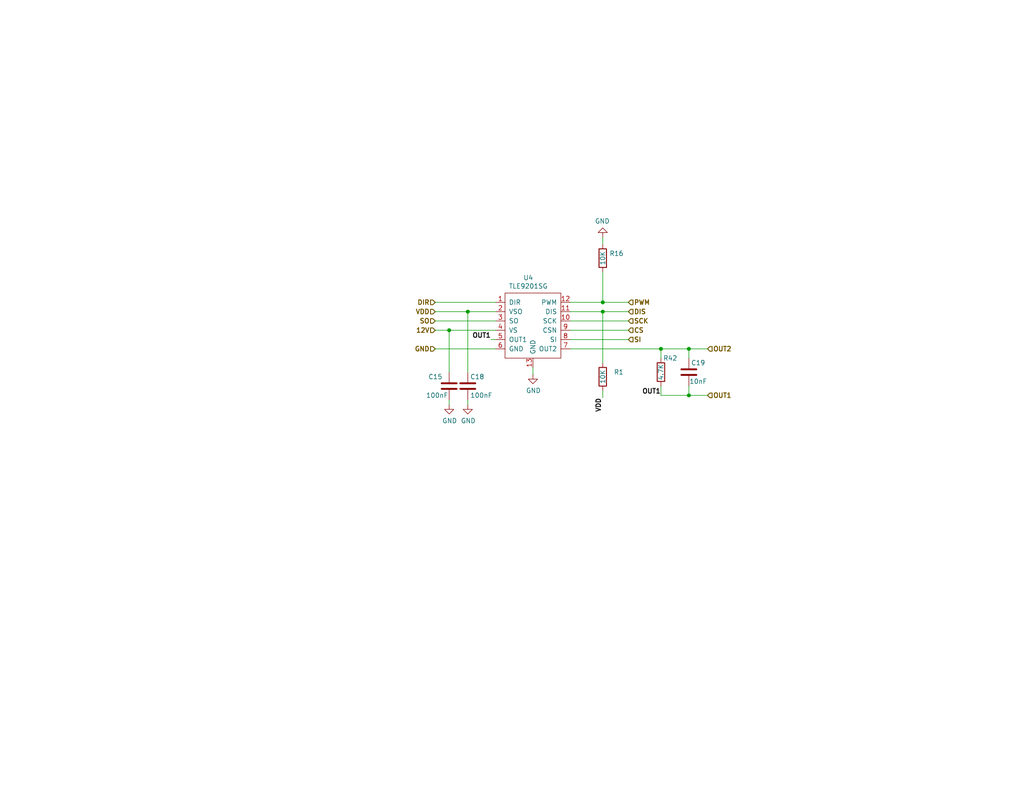
<source format=kicad_sch>
(kicad_sch (version 20211123) (generator eeschema)
  (paper "A")
  (title_block (title "microRusEFI-2L") (date "2020-05-24") (rev "R0.5.2") (company "rusEFI.com") (comment 1 "Donald Becker") (comment 2 "AI6OD"))
  (lib_symbols
    (symbol "Device:C" (pin_numbers hide) (pin_names (offset 0.254))
      (property "Reference" "C" (at 0.635 2.54 0))
      (property "Value" "C" (at 0.635 -2.54 0))
      (symbol "C_0_1"
        (polyline (pts (xy -2.032 -0.762) (xy 2.032 -0.762)) (stroke (width 0.508)))
        (polyline (pts (xy -2.032 0.762) (xy 2.032 0.762)) (stroke (width 0.508)))
      )
      (symbol "C_1_1"
        (pin passive line (at 0 3.81 270) (length 2.794) (name "~") (number "1"))
        (pin passive line (at 0 -3.81 90) (length 2.794) (name "~") (number "2"))
      )
    )
    (symbol "Device:R" (pin_numbers hide) (pin_names (offset 0))
      (property "Reference" "R" (at 2.032 0 90))
      (property "Value" "R" (at 0 0 90))
      (symbol "R_0_1"
        (rectangle (start -1.016 -2.54) (end 1.016 2.54) (stroke (width 0.254)))
      )
      (symbol "R_1_1"
        (pin passive line (at 0 3.81 270) (length 1.27) (name "~") (number "1"))
        (pin passive line (at 0 -3.81 90) (length 1.27) (name "~") (number "2"))
      )
    )
    (symbol "power:GND" (power) (pin_names (offset 0))
      (property "Value" "GND" (at 0 -3.81 0))
      (symbol "GND_0_1"
        (polyline (pts (xy 0 0) (xy 0 -1.27) (xy 1.27 -1.27) (xy 0 -2.54) (xy -1.27 -1.27) (xy 0 -1.27)))
      )
      (symbol "GND_1_1"
        (pin power_in line (at 0 0 270) (length 0) hide (name "GND") (number "1"))
      )
    )
    (symbol "rusefi_tle9201:TLE9201SG" (pin_names (offset 1.016))
      (property "Reference" "U" (at 3.81 5.08 0))
      (property "Value" "TLE9201SG" (at 2.54 1.27 0))
      (symbol "TLE9201SG_0_1"
        (rectangle (start -2.54 -1.27) (end 12.7 -19.05))
      )
      (symbol "TLE9201SG_1_1"
        (pin passive line (at -5.08 -3.81 0) (length 2.54) (name "DIR") (number "1"))
        (pin passive line (at 15.24 -8.89 180) (length 2.54) (name "SCK") (number "10"))
        (pin passive line (at 15.24 -6.35 180) (length 2.54) (name "DIS") (number "11"))
        (pin passive line (at 15.24 -3.81 180) (length 2.54) (name "PWM") (number "12"))
        (pin passive line (at 5.08 -21.59 90) (length 2.54) (name "GND") (number "13"))
        (pin passive line (at -5.08 -6.35 0) (length 2.54) (name "VSO") (number "2"))
        (pin passive line (at -5.08 -8.89 0) (length 2.54) (name "SO") (number "3"))
        (pin passive line (at -5.08 -11.43 0) (length 2.54) (name "VS") (number "4"))
        (pin passive line (at -5.08 -13.97 0) (length 2.54) (name "OUT1") (number "5"))
        (pin passive line (at -5.08 -16.51 0) (length 2.54) (name "GND") (number "6"))
        (pin passive line (at 15.24 -16.51 180) (length 2.54) (name "OUT2") (number "7"))
        (pin passive line (at 15.24 -13.97 180) (length 2.54) (name "SI") (number "8"))
        (pin passive line (at 15.24 -11.43 180) (length 2.54) (name "CSN") (number "9"))
      )
    )
  )
  (junction (at 127.635 85.09))
  (junction (at 122.555 90.17))
  (junction (at 164.465 85.09))
  (junction (at 180.34 95.25))
  (junction (at 164.465 82.55))
  (junction (at 187.96 95.25))
  (junction (at 187.96 107.95))
  (wire (pts (xy 155.575 85.09) (xy 164.465 85.09)))
  (wire (pts (xy 164.465 82.55) (xy 155.575 82.55)))
  (wire (pts (xy 122.555 90.17) (xy 122.555 101.6)))
  (wire (pts (xy 164.465 82.55) (xy 164.465 74.295)))
  (wire (pts (xy 164.465 85.09) (xy 164.465 99.06)))
  (wire (pts (xy 127.635 101.6) (xy 127.635 85.09)))
  (wire (pts (xy 127.635 85.09) (xy 135.255 85.09)))
  (wire (pts (xy 118.745 82.55) (xy 135.255 82.55)))
  (wire (pts (xy 171.45 90.17) (xy 155.575 90.17)))
  (wire (pts (xy 171.45 92.71) (xy 155.575 92.71)))
  (wire (pts (xy 118.745 85.09) (xy 127.635 85.09)))
  (wire (pts (xy 145.415 100.33) (xy 145.415 102.235)))
  (wire (pts (xy 180.34 95.25) (xy 187.96 95.25)))
  (wire (pts (xy 164.465 85.09) (xy 171.45 85.09)))
  (wire (pts (xy 180.34 107.95) (xy 187.96 107.95)))
  (wire (pts (xy 171.45 82.55) (xy 164.465 82.55)))
  (wire (pts (xy 127.635 109.22) (xy 127.635 110.49)))
  (wire (pts (xy 164.465 106.68) (xy 164.465 108.585)))
  (wire (pts (xy 180.34 97.79) (xy 180.34 95.25)))
  (wire (pts (xy 171.45 87.63) (xy 155.575 87.63)))
  (wire (pts (xy 135.255 87.63) (xy 118.745 87.63)))
  (wire (pts (xy 122.555 90.17) (xy 135.255 90.17)))
  (wire (pts (xy 118.745 90.17) (xy 122.555 90.17)))
  (wire (pts (xy 180.34 105.41) (xy 180.34 107.95)))
  (wire (pts (xy 118.745 95.25) (xy 135.255 95.25)))
  (wire (pts (xy 164.465 64.77) (xy 164.465 66.675)))
  (wire (pts (xy 187.96 97.79) (xy 187.96 95.25)))
  (wire (pts (xy 133.985 92.71) (xy 135.255 92.71)))
  (wire (pts (xy 187.96 107.95) (xy 193.04 107.95)))
  (wire (pts (xy 122.555 109.22) (xy 122.555 110.49)))
  (wire (pts (xy 155.575 95.25) (xy 180.34 95.25)))
  (wire (pts (xy 187.96 95.25) (xy 193.04 95.25)))
  (wire (pts (xy 187.96 105.41) (xy 187.96 107.95)))
  (label "VDD" (at 164.465 108.585 270) (effects (font (thickness 0.254) bold)))
  (label "OUT1" (at 180.34 107.95 180) (effects (font (thickness 0.254) bold)))
  (label "OUT1" (at 133.985 92.71 180) (effects (font (thickness 0.254) bold)))
  (hierarchical_label "DIS" (shape input) (at 171.45 85.09 0) (effects (font (thickness 0.254) bold)))
  (hierarchical_label "12V" (shape input) (at 118.745 90.17 180) (effects (font (thickness 0.254) bold)))
  (hierarchical_label "PWM" (shape input) (at 171.45 82.55 0) (effects (font (thickness 0.254) bold)))
  (hierarchical_label "VDD" (shape input) (at 118.745 85.09 180) (effects (font (thickness 0.254) bold)))
  (hierarchical_label "OUT1" (shape input) (at 193.04 107.95 0) (effects (font (thickness 0.254) bold)))
  (hierarchical_label "SCK" (shape input) (at 171.45 87.63 0) (effects (font (thickness 0.254) bold)))
  (hierarchical_label "GND" (shape input) (at 118.745 95.25 180) (effects (font (thickness 0.254) bold)))
  (hierarchical_label "OUT2" (shape input) (at 193.04 95.25 0) (effects (font (thickness 0.254) bold)))
  (hierarchical_label "DIR" (shape input) (at 118.745 82.55 180) (effects (font (thickness 0.254) bold)))
  (hierarchical_label "SI" (shape input) (at 171.45 92.71 0) (effects (font (thickness 0.254) bold)))
  (hierarchical_label "SO" (shape input) (at 118.745 87.63 180) (effects (font (thickness 0.254) bold)))
  (hierarchical_label "CS" (shape input) (at 171.45 90.17 0) (effects (font (thickness 0.254) bold)))
  (symbol (lib_id "Device:C") (at 187.96 101.6 0) (unit 1)
    (property "Reference" "C19" (at 190.5 99.06 0))
    (property "Value" "10nF" (at 190.5 104.14 0))
    (property "Footprint" "Capacitor_SMD:C_0603_1608Metric" (effects hide))
    (property "Part #" "C0603C103K1RACTU" (effects hide))
    (property "VEND" "DIGI" (effects hide))
    (property "VEND#" "399-3189-1-ND" (effects hide))
    (property "Manufacturer" "KEMET" (effects hide))
    (property "LCSC" "C57112" (effects hide))
  )
  (symbol (lib_id "Device:R") (at 180.34 101.6 0) (unit 1)
    (property "Reference" "R42" (at 182.88 97.79 0))
    (property "Value" "4.7K" (at 180.34 101.6 90))
    (property "Footprint" "Resistor_SMD:R_0603_1608Metric" (effects hide))
    (property "VEND" "DIGI" (effects hide))
    (property "Part #" "RMCF0603JT4K70" (effects hide))
    (property "VEND#" "RMCF0603JT4K70CT-ND" (effects hide))
    (property "Manufacturer" "StackPole" (effects hide))
    (property "LCSC" "C23162" (effects hide))
  )
  (symbol (lib_id "Device:R") (at 164.465 70.485 180) (unit 1)
    (property "Reference" "R16" (at 170.18 69.215 0) (effects (justify left)))
    (property "Value" "10K" (at 164.465 70.485 90))
    (property "Footprint" "Resistor_SMD:R_0603_1608Metric" (effects hide))
    (property "Datasheet" "TBD" (effects hide))
    (property "Part #" "RMCF0603JT10K0" (effects hide))
    (property "VEND" "DIGI" (effects hide))
    (property "VEND#" "RMCF0603JT10K0CT-ND" (effects hide))
    (property "Manufacturer" "StackPole" (effects hide))
    (property "LCSC" "C25804" (effects hide))
  )
  (symbol (lib_id "Device:C") (at 127.635 105.41 0) (unit 1)
    (property "Reference" "C18" (at 128.27 102.87 0) (effects (justify left)))
    (property "Value" "100nF" (at 128.27 107.95 0) (effects (justify left)))
    (property "Footprint" "Capacitor_SMD:C_0603_1608Metric" (effects hide))
    (property "Part #" "C0603C104J5RACTU" (effects hide))
    (property "VEND" "DIGI" (effects hide))
    (property "VEND#" "399-7844-1-ND" (effects hide))
    (property "Manufacturer" "KEMET" (effects hide))
    (property "LCSC" "C14663" (effects hide))
  )
  (symbol (lib_id "power:GND") (at 127.635 110.49 0) (unit 1)
    (property "Reference" "#PWR0189" (effects hide))
    (property "Value" "GND" (at 127.762 114.8842 0))
  )
  (symbol (lib_id "rusefi_tle9201:TLE9201SG") (at 140.335 78.74 0) (unit 1)
    (property "Reference" "U4" (at 144.145 75.819 0))
    (property "Value" "TLE9201SG" (at 144.145 78.1304 0))
    (property "Footprint" "Package_SO:Infineon_PG-DSO-12-11" (effects hide))
    (property "Part #" "TLE9201SG" (effects hide))
    (property "VEND" "DIGI" (effects hide))
    (property "VEND#" "TLE9201SGAUMA1CT-ND" (effects hide))
    (property "Manufacturer" "Infineon " (effects hide))
    (property "LCSC" "C112633" (effects hide))
  )
  (symbol (lib_id "power:GND") (at 145.415 102.235 0) (unit 1)
    (property "Reference" "#PWR0109" (effects hide))
    (property "Value" "GND" (at 145.542 106.6292 0))
  )
  (symbol (lib_id "Device:C") (at 122.555 105.41 0) (unit 1)
    (property "Reference" "C15" (at 116.84 102.87 0) (effects (justify left)))
    (property "Value" "100nF" (at 116.205 107.95 0) (effects (justify left)))
    (property "Footprint" "Capacitor_SMD:C_0603_1608Metric" (effects hide))
    (property "Part #" "C0603C104J5RACTU" (effects hide))
    (property "VEND" "DIGI" (effects hide))
    (property "VEND#" "399-7844-1-ND" (effects hide))
    (property "Manufacturer" "KEMET" (effects hide))
    (property "LCSC" "C14663" (effects hide))
  )
  (symbol (lib_id "Device:R") (at 164.465 102.87 180) (unit 1)
    (property "Reference" "R1" (at 170.18 101.6 0) (effects (justify left)))
    (property "Value" "10K" (at 164.465 102.87 90))
    (property "Footprint" "Resistor_SMD:R_0603_1608Metric" (effects hide))
    (property "Datasheet" "TBD" (effects hide))
    (property "Part #" "RMCF0603JT10K0" (effects hide))
    (property "VEND" "DIGI" (effects hide))
    (property "VEND#" "RMCF0603JT10K0CT-ND" (effects hide))
    (property "Manufacturer" "StackPole" (effects hide))
    (property "LCSC" "C25804" (effects hide))
  )
  (symbol (lib_id "power:GND") (at 122.555 110.49 0) (unit 1)
    (property "Reference" "#PWR0110" (effects hide))
    (property "Value" "GND" (at 122.682 114.8842 0))
  )
  (symbol (lib_id "power:GND") (at 164.465 64.77 180) (unit 1)
    (property "Reference" "#PWR0161" (effects hide))
    (property "Value" "GND" (at 164.338 60.3758 0))
  )
)
</source>
